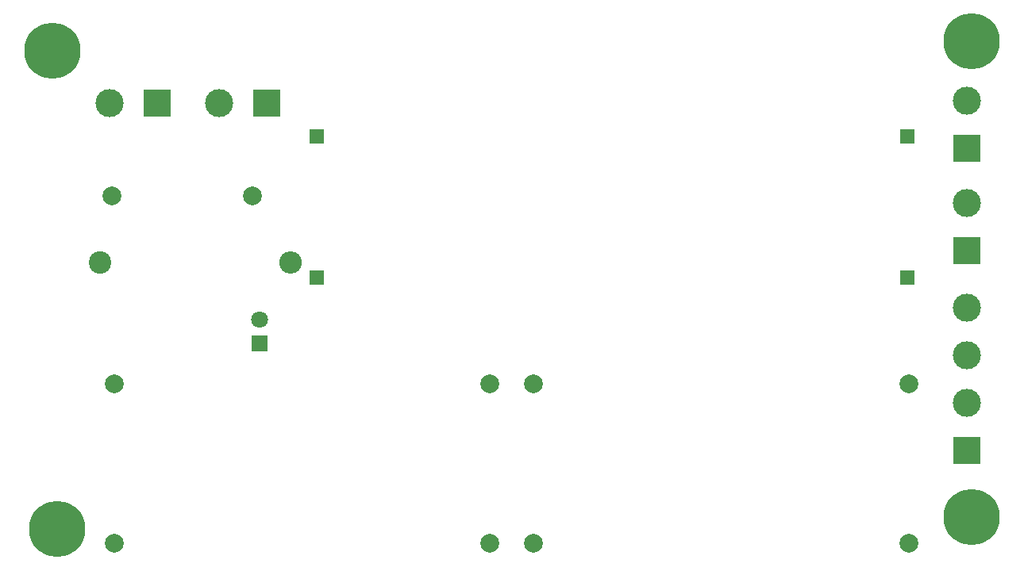
<source format=gbr>
G04 #@! TF.GenerationSoftware,KiCad,Pcbnew,(5.1.2)-2*
G04 #@! TF.CreationDate,2020-05-15T02:34:09+07:00*
G04 #@! TF.ProjectId,power_arduino,706f7765-725f-4617-9264-75696e6f2e6b,rev?*
G04 #@! TF.SameCoordinates,Original*
G04 #@! TF.FileFunction,Copper,L1,Top*
G04 #@! TF.FilePolarity,Positive*
%FSLAX46Y46*%
G04 Gerber Fmt 4.6, Leading zero omitted, Abs format (unit mm)*
G04 Created by KiCad (PCBNEW (5.1.2)-2) date 2020-05-15 02:34:09*
%MOMM*%
%LPD*%
G04 APERTURE LIST*
%ADD10C,3.000000*%
%ADD11R,3.000000X3.000000*%
%ADD12R,1.524000X1.524000*%
%ADD13R,1.800000X1.800000*%
%ADD14C,1.800000*%
%ADD15C,2.400000*%
%ADD16O,2.400000X2.400000*%
%ADD17C,2.000000*%
%ADD18C,6.000000*%
G04 APERTURE END LIST*
D10*
X144526000Y-60198000D03*
D11*
X144526000Y-65278000D03*
D12*
X75184000Y-53086000D03*
X75184000Y-68086000D03*
X138184000Y-53086000D03*
X138184000Y-68086000D03*
D13*
X69088000Y-75184000D03*
D14*
X69088000Y-72644000D03*
D11*
X58166000Y-49530000D03*
D10*
X53086000Y-49530000D03*
D15*
X52070000Y-66548000D03*
D16*
X72390000Y-66548000D03*
D17*
X53594000Y-79502000D03*
X93594000Y-79502000D03*
X53594000Y-96502000D03*
X93594000Y-96502000D03*
X138298000Y-96502000D03*
X98298000Y-96502000D03*
X138298000Y-79502000D03*
X98298000Y-79502000D03*
D11*
X144526000Y-54356000D03*
D10*
X144526000Y-49276000D03*
X144526000Y-81534000D03*
X144526000Y-76454000D03*
D11*
X144526000Y-86614000D03*
D10*
X144526000Y-71374000D03*
X64770000Y-49530000D03*
D11*
X69850000Y-49530000D03*
D17*
X53340000Y-59436000D03*
X68340000Y-59436000D03*
D18*
X145034000Y-42926000D03*
X145034000Y-93726000D03*
X47498000Y-94996000D03*
X46990000Y-43942000D03*
M02*

</source>
